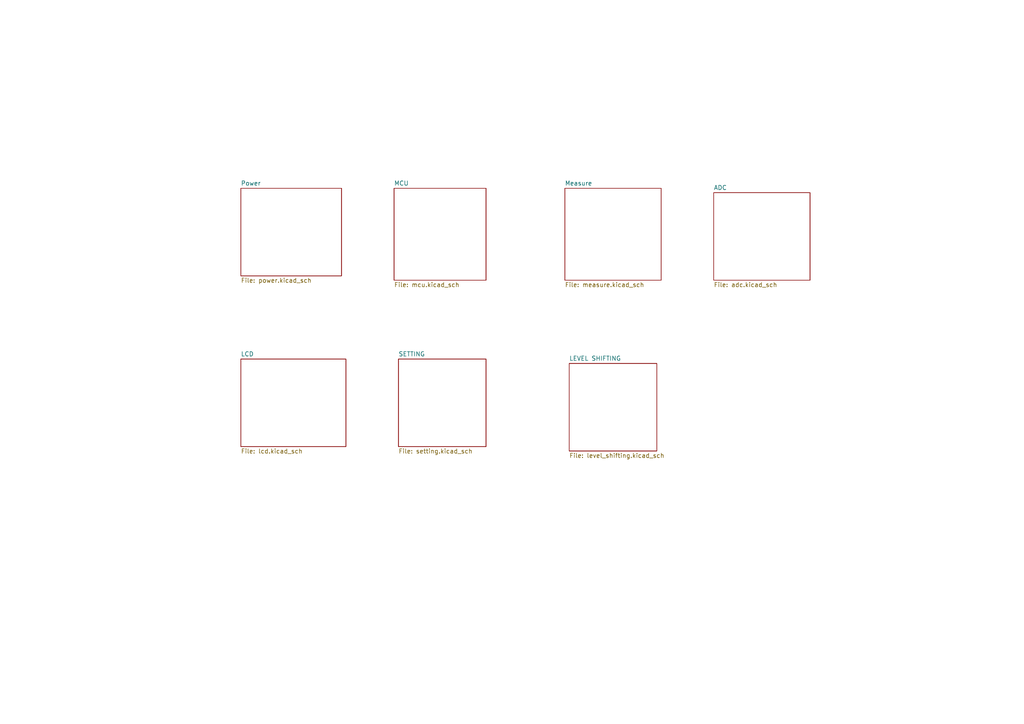
<source format=kicad_sch>
(kicad_sch (version 20230121) (generator eeschema)
  (paper "A4")
  (lib_symbols)
  (sheet (at 165.1 105.41) (size 25.4 25.4) (stroke (width 0.1524))
    (property "Sheetname" "LEVEL SHIFTING" (at 165.1 104.6984 0) (effects (justify left bottom)))
    (property "Sheetfile" "level_shifting.kicad_sch" (at 165.1 131.3946 0) (effects (justify left top)))
  )
  (sheet (at 163.83 54.61) (size 27.94 26.67) (stroke (width 0.1524))
    (property "Sheetname" "Measure" (at 163.83 53.8984 0) (effects (justify left bottom)))
    (property "Sheetfile" "measure.kicad_sch" (at 163.83 81.8646 0) (effects (justify left top)))
  )
  (sheet (at 69.85 54.61) (size 29.21 25.4) (stroke (width 0.1524))
    (property "Sheetname" "Power" (at 69.85 53.8984 0) (effects (justify left bottom)))
    (property "Sheetfile" "power.kicad_sch" (at 69.85 80.5946 0) (effects (justify left top)))
  )
  (sheet (at 114.3 54.61) (size 26.67 26.67) (stroke (width 0.1524))
    (property "Sheetname" "MCU" (at 114.3 53.8984 0) (effects (justify left bottom)))
    (property "Sheetfile" "mcu.kicad_sch" (at 114.3 81.8646 0) (effects (justify left top)))
  )
  (sheet (at 115.57 104.14) (size 25.4 25.4) (stroke (width 0.1524))
    (property "Sheetname" "SETTING" (at 115.57 103.4284 0) (effects (justify left bottom)))
    (property "Sheetfile" "setting.kicad_sch" (at 115.57 130.1246 0) (effects (justify left top)))
  )
  (sheet (at 69.85 104.14) (size 30.48 25.4) (stroke (width 0.1524))
    (property "Sheetname" "LCD" (at 69.85 103.4284 0) (effects (justify left bottom)))
    (property "Sheetfile" "lcd.kicad_sch" (at 69.85 130.1246 0) (effects (justify left top)))
  )
  (sheet (at 207.01 55.88) (size 27.94 25.4) (stroke (width 0.1524))
    (property "Sheetname" "ADC" (at 207.01 55.1684 0) (effects (justify left bottom)))
    (property "Sheetfile" "adc.kicad_sch" (at 207.01 81.8646 0) (effects (justify left top)))
  )
)
</source>
